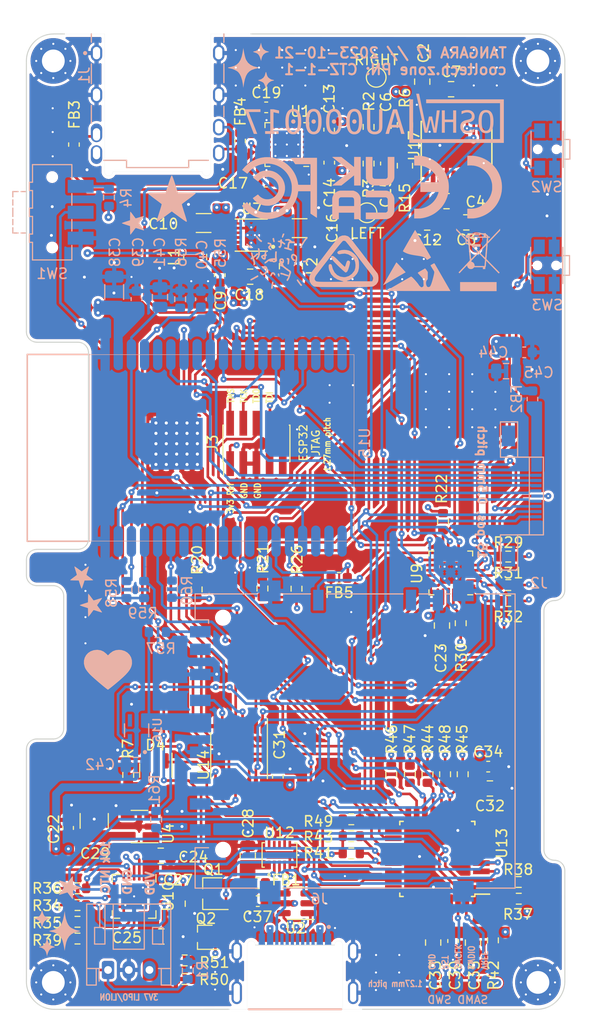
<source format=kicad_pcb>
(kicad_pcb (version 20221018) (generator pcbnew)

  (general
    (thickness 1.566672)
  )

  (paper "A4")
  (title_block
    (comment 4 "AISLER Project ID: ATEUINQR")
  )

  (layers
    (0 "F.Cu" signal)
    (1 "In1.Cu" signal)
    (2 "In2.Cu" signal)
    (31 "B.Cu" signal)
    (32 "B.Adhes" user "B.Adhesive")
    (33 "F.Adhes" user "F.Adhesive")
    (34 "B.Paste" user)
    (35 "F.Paste" user)
    (36 "B.SilkS" user "B.Silkscreen")
    (37 "F.SilkS" user "F.Silkscreen")
    (38 "B.Mask" user)
    (39 "F.Mask" user)
    (40 "Dwgs.User" user "User.Drawings")
    (41 "Cmts.User" user "User.Comments")
    (42 "Eco1.User" user "User.Eco1")
    (43 "Eco2.User" user "User.Eco2")
    (44 "Edge.Cuts" user)
    (45 "Margin" user)
    (46 "B.CrtYd" user "B.Courtyard")
    (47 "F.CrtYd" user "F.Courtyard")
    (48 "B.Fab" user)
    (49 "F.Fab" user)
    (50 "User.1" user)
    (51 "User.2" user)
    (52 "User.3" user)
    (53 "User.4" user)
    (54 "User.5" user)
    (55 "User.6" user)
    (56 "User.7" user)
    (57 "User.8" user)
    (58 "User.9" user)
  )

  (setup
    (stackup
      (layer "F.SilkS" (type "Top Silk Screen") (color "White"))
      (layer "F.Paste" (type "Top Solder Paste"))
      (layer "F.Mask" (type "Top Solder Mask") (color "Purple") (thickness 0.0254))
      (layer "F.Cu" (type "copper") (thickness 0.04318))
      (layer "dielectric 1" (type "prepreg") (thickness 0.202184) (material "FR408-HR") (epsilon_r 3.69) (loss_tangent 0.0091))
      (layer "In1.Cu" (type "copper") (thickness 0.017272))
      (layer "dielectric 2" (type "core") (thickness 0.9906) (material "FR408-HR") (epsilon_r 3.69) (loss_tangent 0.0091))
      (layer "In2.Cu" (type "copper") (thickness 0.017272))
      (layer "dielectric 3" (type "prepreg") (thickness 0.202184) (material "FR408-HR") (epsilon_r 3.69) (loss_tangent 0.0091))
      (layer "B.Cu" (type "copper") (thickness 0.04318))
      (layer "B.Mask" (type "Bottom Solder Mask") (color "Purple") (thickness 0.0254))
      (layer "B.Paste" (type "Bottom Solder Paste"))
      (layer "B.SilkS" (type "Bottom Silk Screen") (color "White"))
      (copper_finish "None")
      (dielectric_constraints no)
    )
    (pad_to_mask_clearance 0)
    (aux_axis_origin 117.25 51)
    (pcbplotparams
      (layerselection 0x00010fc_ffffffff)
      (plot_on_all_layers_selection 0x0000000_00000000)
      (disableapertmacros false)
      (usegerberextensions true)
      (usegerberattributes true)
      (usegerberadvancedattributes true)
      (creategerberjobfile true)
      (dashed_line_dash_ratio 12.000000)
      (dashed_line_gap_ratio 3.000000)
      (svgprecision 6)
      (plotframeref false)
      (viasonmask false)
      (mode 1)
      (useauxorigin false)
      (hpglpennumber 1)
      (hpglpenspeed 20)
      (hpglpendiameter 15.000000)
      (dxfpolygonmode true)
      (dxfimperialunits true)
      (dxfusepcbnewfont true)
      (psnegative false)
      (psa4output false)
      (plotreference true)
      (plotvalue true)
      (plotinvisibletext false)
      (sketchpadsonfab false)
      (subtractmaskfromsilk false)
      (outputformat 1)
      (mirror false)
      (drillshape 0)
      (scaleselection 1)
      (outputdirectory "gerbers2")
    )
  )

  (net 0 "")
  (net 1 "GND")
  (net 2 "/ESP_EN")
  (net 3 "BAT_LEVEL")
  (net 4 "SYS_POWER")
  (net 5 "USB.DP")
  (net 6 "USB.DN")
  (net 7 "3.5mm_DETECT")
  (net 8 "/JTAG.TMS")
  (net 9 "/JTAG.TCK")
  (net 10 "/JTAG.TDO")
  (net 11 "/JTAG.TDI")
  (net 12 "/SWD.SWDIO")
  (net 13 "/SWD.SWCLK")
  (net 14 "/SWD.RESET")
  (net 15 "/Power/NTC")
  (net 16 "~{CHG_PWR_OK}")
  (net 17 "I2C.SCL")
  (net 18 "VBUS")
  (net 19 "I2C.SDA")
  (net 20 "ESP_SPI.PICO")
  (net 21 "/Peripherals/~{DISPLAY_RST}")
  (net 22 "ESP_SPI.SCLK")
  (net 23 "ESP_SPI.DISPLAY_CS")
  (net 24 "DISPLAY_LED_EN")
  (net 25 "/ESP_BOOT")
  (net 26 "~{SD_VDD_EN}")
  (net 27 "/UART.ESP.TX")
  (net 28 "ESP_SPI.POCI")
  (net 29 "DAC.DATA")
  (net 30 "DAC.BCK")
  (net 31 "ESP_SPI.SD_CS")
  (net 32 "DAC.LRCK")
  (net 33 "SAMD_SPI.POCI")
  (net 34 "/UART.ESP.RX")
  (net 35 "SAMD_SPI.CS")
  (net 36 "SAMD_SPI.PICO")
  (net 37 "/~{SAMD_INT}")
  (net 38 "SAMD_SPI.SCLK")
  (net 39 "CHG_SEL")
  (net 40 "AMP_EN")
  (net 41 "/Power/VBUS_SWITCHED")
  (net 42 "~{GPIO_INT}")
  (net 43 "USB_TCC0")
  (net 44 "USB_TCC1")
  (net 45 "KEY_LOCK")
  (net 46 "CHG_STAT1")
  (net 47 "CHG_STAT2")
  (net 48 "~{TOUCH_INT}")
  (net 49 "DISPLAY_DR")
  (net 50 "+3V3")
  (net 51 "+5VA")
  (net 52 "-5VA")
  (net 53 "KEY_VOL_UP")
  (net 54 "Net-(J7-Pin_3)")
  (net 55 "Net-(U1B-+)")
  (net 56 "KEY_VOL_DOWN")
  (net 57 "Net-(J4-CD{slash}DAT3)")
  (net 58 "Net-(J4-CMD)")
  (net 59 "Net-(J4-CLK)")
  (net 60 "Net-(J4-DAT0)")
  (net 61 "Net-(J4-DAT1)")
  (net 62 "Net-(J4-DAT2)")
  (net 63 "unconnected-(J1-Pad6)")
  (net 64 "Net-(J6-CC1)")
  (net 65 "Net-(J6-DP-PadA6)")
  (net 66 "Net-(J6-DN-PadA7)")
  (net 67 "Net-(U13-VDDCORE)")
  (net 68 "unconnected-(J3-UART_TX-Pad7)")
  (net 69 "unconnected-(J3-UART_RX-Pad9)")
  (net 70 "unconnected-(J3-nRst-Pad10)")
  (net 71 "unconnected-(J6-SBU1-PadA8)")
  (net 72 "unconnected-(J6-SBU2-PadB8)")
  (net 73 "Net-(U7-SWN)")
  (net 74 "Net-(U7-SWP)")
  (net 75 "Net-(Q1-G)")
  (net 76 "Net-(U1A-+)")
  (net 77 "Net-(U1A--)")
  (net 78 "Net-(C17-Pad2)")
  (net 79 "Net-(U1B--)")
  (net 80 "Net-(C19-Pad2)")
  (net 81 "Net-(U14E-~{OE})")
  (net 82 "Net-(U14E-S)")
  (net 83 "SYS_PWR_EN_SAMD")
  (net 84 "Net-(U10-CE)")
  (net 85 "Net-(U10-PROG3)")
  (net 86 "Net-(U10-PROG2)")
  (net 87 "Net-(U10-PROG1)")
  (net 88 "unconnected-(U1C-NC-Pad4)")
  (net 89 "unconnected-(U1-Pad6)")
  (net 90 "unconnected-(U1-Pad7)")
  (net 91 "unconnected-(U1-Pad8)")
  (net 92 "unconnected-(U1C-NC-Pad15)")
  (net 93 "AMP_MUTE")
  (net 94 "unconnected-(U12-ORIENT-Pad8)")
  (net 95 "unconnected-(U12-SWMONI-Pad9)")
  (net 96 "unconnected-(U15-I39{slash}NOINT-Pad5)")
  (net 97 "unconnected-(U15-SHD{slash}SD2-Pad17)")
  (net 98 "unconnected-(U15-SWP{slash}SD3-Pad18)")
  (net 99 "unconnected-(U15-SCS{slash}CMD-Pad19)")
  (net 100 "unconnected-(U15-SCK{slash}CLK-Pad20)")
  (net 101 "unconnected-(U15-SDO{slash}SD0-Pad21)")
  (net 102 "unconnected-(U15-SDI{slash}SD1-Pad22)")
  (net 103 "unconnected-(U15-IO16-Pad27)")
  (net 104 "unconnected-(U15-IO17-Pad28)")
  (net 105 "unconnected-(U15-NC-Pad32)")
  (net 106 "Net-(J2-Pin_13)")
  (net 107 "Net-(FB3-Pad2)")
  (net 108 "Net-(FB4-Pad2)")
  (net 109 "Net-(J4-VDD)")
  (net 110 "unconnected-(U16-NC-Pad4)")
  (net 111 "Net-(SW1-C)")
  (net 112 "Net-(Q1-S)")
  (net 113 "DAC.MCK")
  (net 114 "SD_CD")
  (net 115 "Net-(U17-CPCA)")
  (net 116 "Net-(U17-CPCB)")
  (net 117 "unconnected-(U1-Pad1)")
  (net 118 "Net-(U17-VMID)")
  (net 119 "Net-(U17-CPVOUTN)")
  (net 120 "unconnected-(U1-Pad23)")
  (net 121 "Net-(U17-LINEVOUTL)")
  (net 122 "Net-(U17-LINEVOUTR)")
  (net 123 "unconnected-(U1-Pad24)")
  (net 124 "unconnected-(U17-ZFLAG-Pad7)")
  (net 125 "unconnected-(U9-IO0_6-Pad7)")
  (net 126 "unconnected-(U9-IO1_4-Pad14)")
  (net 127 "unconnected-(U9-IO1_5-Pad15)")
  (net 128 "unconnected-(U9-IO1_6-Pad16)")
  (net 129 "unconnected-(U9-IO1_7-Pad17)")
  (net 130 "Net-(U4-EN)")
  (net 131 "unconnected-(U4-NC-Pad4)")
  (net 132 "unconnected-(U13-PA06-Pad7)")
  (net 133 "unconnected-(U13-PA27-Pad25)")
  (net 134 "unconnected-(U13-PA28-Pad27)")
  (net 135 "Net-(Q2-D)")
  (net 136 "Net-(J6-CC2)")
  (net 137 "unconnected-(U13-PA07-Pad8)")

  (footprint "Package_TO_SOT_SMD:TSOT-23" (layer "F.Cu") (at 135.476849 134.455179 180))

  (footprint "Package_TO_SOT_SMD:SOT-23-5" (layer "F.Cu") (at 128.415497 127.954481 180))

  (footprint "footprints:MountingHole_2.2mm_M2_Pad_Via2" (layer "F.Cu") (at 166.9 143))

  (footprint "Inductor_SMD:L_1008_2520Metric" (layer "F.Cu") (at 133.801417 72.973879 90))

  (footprint "Capacitor_SMD:C_0805_2012Metric" (layer "F.Cu") (at 130.473198 130.774567))

  (footprint "Resistor_SMD:R_0603_1608Metric" (layer "F.Cu") (at 122.434189 137.149989 180))

  (footprint "footprints:QFN-20-1EP_4x4mm_P0.5mm_EP2.5x2.5mm_ThermalVias2" (layer "F.Cu") (at 127.902083 134.695156 -90))

  (footprint "Capacitor_SMD:C_0805_2012Metric" (layer "F.Cu") (at 130.529632 138.571066))

  (footprint "Capacitor_SMD:C_0603_1608Metric" (layer "F.Cu") (at 152.216943 60.416276 -90))

  (footprint "Package_DFN_QFN:HVQFN-24-1EP_4x4mm_P0.5mm_EP2.1x2.1mm" (layer "F.Cu") (at 158.484595 103.47166 180))

  (footprint "Package_TO_SOT_SMD:SOT-23" (layer "F.Cu") (at 130.000805 122.549717 -90))

  (footprint "Resistor_SMD:R_0603_1608Metric" (layer "F.Cu") (at 148.873745 127.25515))

  (footprint "Capacitor_SMD:C_0603_1608Metric" (layer "F.Cu") (at 136.172745 74.724126 -90))

  (footprint "Resistor_SMD:R_0603_1608Metric" (layer "F.Cu") (at 165.049071 134.922126 180))

  (footprint "Resistor_SMD:R_0603_1608Metric" (layer "F.Cu") (at 159.445045 108.327463 90))

  (footprint "Capacitor_SMD:C_0603_1608Metric" (layer "F.Cu") (at 121.530086 128.089529 90))

  (footprint "Resistor_SMD:R_0603_1608Metric" (layer "F.Cu") (at 150.5451 60.416276 -90))

  (footprint "Capacitor_SMD:C_0603_1608Metric" (layer "F.Cu") (at 146.738191 60.685697 -90))

  (footprint "Resistor_SMD:R_0603_1608Metric" (layer "F.Cu") (at 165.050103 133.305697 180))

  (footprint "Capacitor_SMD:C_0603_1608Metric" (layer "F.Cu") (at 152.216095 63.952058 90))

  (footprint "footprints:BD91N01NUX-E2" (layer "F.Cu") (at 141.938445 130.694772 90))

  (footprint "Capacitor_SMD:C_0805_2012Metric" (layer "F.Cu") (at 159.982062 69.634671 180))

  (footprint "Resistor_SMD:R_0603_1608Metric" (layer "F.Cu") (at 122.434189 138.766966 180))

  (footprint "Capacitor_SMD:C_0805_2012Metric" (layer "F.Cu") (at 156.782387 139.153476 90))

  (footprint "Inductor_SMD:L_0603_1608Metric" (layer "F.Cu") (at 139.793489 133.408759 180))

  (footprint "Resistor_SMD:R_0603_1608Metric" (layer "F.Cu") (at 148.873745 130.546956))

  (footprint "Resistor_SMD:R_0805_2012Metric" (layer "F.Cu") (at 154.05507 60.232017 -90))

  (footprint "Capacitor_SMD:C_0603_1608Metric" (layer "F.Cu") (at 140.620589 65.704592 180))

  (footprint "Capacitor_SMD:C_0805_2012Metric" (layer "F.Cu") (at 132.103885 135.401996 -90))

  (footprint "Capacitor_SMD:C_0603_1608Metric" (layer "F.Cu") (at 139.845147 135.157118 180))

  (footprint "Resistor_SMD:R_0603_1608Metric" (layer "F.Cu") (at 157.736387 98.523188 90))

  (footprint "Capacitor_SMD:C_0805_2012Metric" (layer "F.Cu") (at 139.111897 74.874786))

  (footprint "Resistor_SMD:R_0603_1608Metric" (layer "F.Cu") (at 122.439406 135.533013))

  (footprint "Resistor_SMD:R_0603_1608Metric" (layer "F.Cu") (at 132.78644 140.877326))

  (footprint "Inductor_SMD:L_1008_2520Metric" (layer "F.Cu") (at 143.044904 73.86026 -90))

  (footprint "Capacitor_SMD:C_0805_2012Metric" (layer "F.Cu") (at 156.207041 69.648592 180))

  (footprint "Capacitor_SMD:C_0805_2012Metric" (layer "F.Cu") (at 158.07357 67.582319 180))

  (footprint "Resistor_SMD:R_0603_1608Metric" (layer "F.Cu") (at 162.554135 138.938126 -90))

  (footprint "Package_SO:TSSOP-16_4.4x5mm_P0.65mm" (layer "F.Cu") (at 138.037154 121.127252 -90))

  (footprint "Capacitor_SMD:C_0805_2012Metric" (layer "F.Cu") (at 158.513691 56.778764))

  (footprint "Inductor_SMD:L_0603_1608Metric" (layer "F.Cu") (at 138.136435 61.76766 -90))

  (footprint "Resistor_SMD:R_0603_1608Metric" (layer "F.Cu") (at 133.941895 105.064074 90))

  (footprint "Resistor_SMD:R_0603_1608Metric" (layer "F.Cu") (at 143.585559 104.993281 90))

  (footprint "Resistor_SMD:R_0603_1608Metric" (layer "F.Cu") (at 140.296114 104.976392 90))

  (footprint "Package_TO_SOT_SMD:SOT-23-6" (layer "F.Cu") (at 143.49511 135.363502 180))

  (footprint "Resistor_SMD:R_0603_1608Metric" (layer "F.Cu")
    (tstamp 99f049d5-4902-4c2b-8eb5-8e498cab8923)
    (at 132.76144 142.677326 180)
    (descr "Resistor SMD 0603 (1608 Metric), square (rectangular) end terminal, IPC_7351 nominal, (Body size source: IPC-SM-782 page 72, https://www.pcb-3d.com/wordpress/wp-content/uploads/ipc-sm-782a_amendment_1_and_2.pdf), generated with kicad-footprint-generator")
    (tags "resistor")
    (property "MPN" "AC0603FR-131ML")
    (property "PN" "")
    (property "Sheetfile" "power.kicad_sch")
    (property "Sheetname" "Power")
    (property "ki_description" "Resistor, small symbol")
    (property "ki_keywords" "R resistor")
    (path "/3e1bbe1f-2b0b-4dc2-a25f-c37315228fda/06a044c4-6490-472d-b30c-63eb5b83d6ea")
    (attr smd)
    (fp_text reference "R50" (at -2.873856 -0.064148 180) (layer "F.SilkS")
        (effects (font (size 1 1) (thickness 0.15)))
      (tstamp b845a1d5-0452-4822-8490-dbde38c640e4)
    )
    (fp_text value "1MΩ" (at 0 1.43) (layer "F.Fab")
        (effects (font (size 1 1) (thickness 0.15)))
      (tstamp 5fd838d9-90bb-445f-a186-7938ebcbe65f)
    )
    (fp_text user "${REFERENCE}" (at 0 0) (layer "F.Fab")
        (effects (font (size 0.4 0.4) (thickness 0.06)))
      (tstamp 720e70b3-f09c-4a87-b4ec-c23dfea069d3)
    )
    (fp_line (start -0.237258 -0.5225) (end 0.237258 -0.5225)
      (stroke (width 0.12) (type solid)) (layer "F.SilkS") (tstamp 2b9da697-d543-4e9c-9530-86e5062d39ee))
    (fp_line (start -0.237258 0.5225) (end 0.237258 0.5225)
      (stroke (width 0.12) (type solid)) (layer "F.SilkS") (tstamp 8dd56eab-4797-4d08-8ce5-8cc7266a3f4a))
    (fp_line (start -1.48 -0.73) (end 1.48 -0.73)
      (stroke (width 0.05) (type solid)) (layer "F.CrtYd") (tstamp 22aaf71a-2a55-49e8-9559-f7dcdf265310))
    (fp_line (start -1.48 0.73) (end -1.48 -0.73)
     
... [3690619 chars truncated]
</source>
